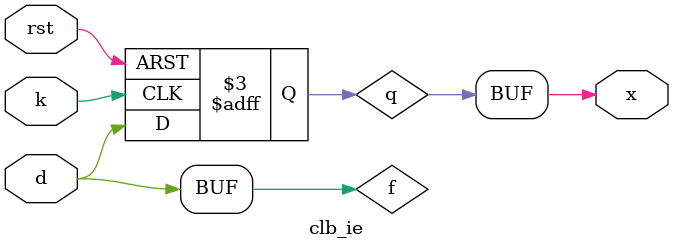
<source format=v>
module clb_ie(
	input d,
	input k,
	input rst,
	output x
);

	wire f;
	reg q;
	
	assign f = d;
	
	always @(posedge k, negedge rst) begin
		if (rst == 1'b0) begin
			q <= 1'b0;
		end else begin
			q <= f;
		end
	end
	
	assign x = q;

endmodule


</source>
